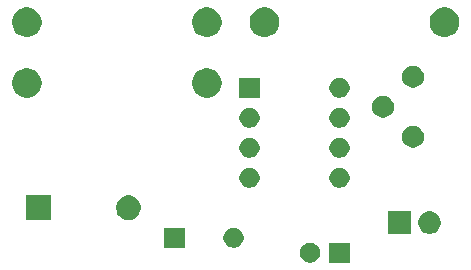
<source format=gts>
G04 #@! TF.GenerationSoftware,KiCad,Pcbnew,5.1.5+dfsg1-2build2*
G04 #@! TF.CreationDate,2021-07-21T17:56:19+05:30*
G04 #@! TF.ProjectId,tank_full_indicator,74616e6b-5f66-4756-9c6c-5f696e646963,rev?*
G04 #@! TF.SameCoordinates,Original*
G04 #@! TF.FileFunction,Soldermask,Top*
G04 #@! TF.FilePolarity,Negative*
%FSLAX46Y46*%
G04 Gerber Fmt 4.6, Leading zero omitted, Abs format (unit mm)*
G04 Created by KiCad (PCBNEW 5.1.5+dfsg1-2build2) date 2021-07-21 17:56:19*
%MOMM*%
%LPD*%
G04 APERTURE LIST*
%ADD10C,0.150000*%
G04 APERTURE END LIST*
D10*
G36*
X158331000Y-104991000D02*
G01*
X156629000Y-104991000D01*
X156629000Y-103289000D01*
X158331000Y-103289000D01*
X158331000Y-104991000D01*
G37*
G36*
X155228228Y-103321703D02*
G01*
X155383100Y-103385853D01*
X155522481Y-103478985D01*
X155641015Y-103597519D01*
X155734147Y-103736900D01*
X155798297Y-103891772D01*
X155831000Y-104056184D01*
X155831000Y-104223816D01*
X155798297Y-104388228D01*
X155734147Y-104543100D01*
X155641015Y-104682481D01*
X155522481Y-104801015D01*
X155383100Y-104894147D01*
X155228228Y-104958297D01*
X155063816Y-104991000D01*
X154896184Y-104991000D01*
X154731772Y-104958297D01*
X154576900Y-104894147D01*
X154437519Y-104801015D01*
X154318985Y-104682481D01*
X154225853Y-104543100D01*
X154161703Y-104388228D01*
X154129000Y-104223816D01*
X154129000Y-104056184D01*
X154161703Y-103891772D01*
X154225853Y-103736900D01*
X154318985Y-103597519D01*
X154437519Y-103478985D01*
X154576900Y-103385853D01*
X154731772Y-103321703D01*
X154896184Y-103289000D01*
X155063816Y-103289000D01*
X155228228Y-103321703D01*
G37*
G36*
X148758228Y-102051703D02*
G01*
X148913100Y-102115853D01*
X149052481Y-102208985D01*
X149171015Y-102327519D01*
X149264147Y-102466900D01*
X149328297Y-102621772D01*
X149361000Y-102786184D01*
X149361000Y-102953816D01*
X149328297Y-103118228D01*
X149264147Y-103273100D01*
X149171015Y-103412481D01*
X149052481Y-103531015D01*
X148913100Y-103624147D01*
X148758228Y-103688297D01*
X148593816Y-103721000D01*
X148426184Y-103721000D01*
X148261772Y-103688297D01*
X148106900Y-103624147D01*
X147967519Y-103531015D01*
X147848985Y-103412481D01*
X147755853Y-103273100D01*
X147691703Y-103118228D01*
X147659000Y-102953816D01*
X147659000Y-102786184D01*
X147691703Y-102621772D01*
X147755853Y-102466900D01*
X147848985Y-102327519D01*
X147967519Y-102208985D01*
X148106900Y-102115853D01*
X148261772Y-102051703D01*
X148426184Y-102019000D01*
X148593816Y-102019000D01*
X148758228Y-102051703D01*
G37*
G36*
X144361000Y-103721000D02*
G01*
X142659000Y-103721000D01*
X142659000Y-102019000D01*
X144361000Y-102019000D01*
X144361000Y-103721000D01*
G37*
G36*
X163511000Y-102551000D02*
G01*
X161609000Y-102551000D01*
X161609000Y-100649000D01*
X163511000Y-100649000D01*
X163511000Y-102551000D01*
G37*
G36*
X165377395Y-100685546D02*
G01*
X165550466Y-100757234D01*
X165550467Y-100757235D01*
X165706227Y-100861310D01*
X165838690Y-100993773D01*
X165891081Y-101072182D01*
X165942766Y-101149534D01*
X166014454Y-101322605D01*
X166051000Y-101506333D01*
X166051000Y-101693667D01*
X166014454Y-101877395D01*
X165942766Y-102050466D01*
X165942765Y-102050467D01*
X165838690Y-102206227D01*
X165706227Y-102338690D01*
X165627818Y-102391081D01*
X165550466Y-102442766D01*
X165377395Y-102514454D01*
X165193667Y-102551000D01*
X165006333Y-102551000D01*
X164822605Y-102514454D01*
X164649534Y-102442766D01*
X164572182Y-102391081D01*
X164493773Y-102338690D01*
X164361310Y-102206227D01*
X164257235Y-102050467D01*
X164257234Y-102050466D01*
X164185546Y-101877395D01*
X164149000Y-101693667D01*
X164149000Y-101506333D01*
X164185546Y-101322605D01*
X164257234Y-101149534D01*
X164308919Y-101072182D01*
X164361310Y-100993773D01*
X164493773Y-100861310D01*
X164649533Y-100757235D01*
X164649534Y-100757234D01*
X164822605Y-100685546D01*
X165006333Y-100649000D01*
X165193667Y-100649000D01*
X165377395Y-100685546D01*
G37*
G36*
X139921565Y-99319389D02*
G01*
X140112834Y-99398615D01*
X140112836Y-99398616D01*
X140284974Y-99513635D01*
X140431366Y-99660027D01*
X140546386Y-99832167D01*
X140625612Y-100023436D01*
X140666001Y-100226484D01*
X140666001Y-100433516D01*
X140625612Y-100636564D01*
X140546386Y-100827833D01*
X140546385Y-100827835D01*
X140431366Y-100999973D01*
X140284974Y-101146365D01*
X140112836Y-101261384D01*
X140112835Y-101261385D01*
X140112834Y-101261385D01*
X139921565Y-101340611D01*
X139718517Y-101381000D01*
X139511485Y-101381000D01*
X139308437Y-101340611D01*
X139117168Y-101261385D01*
X139117167Y-101261385D01*
X139117166Y-101261384D01*
X138945028Y-101146365D01*
X138798636Y-100999973D01*
X138683617Y-100827835D01*
X138683616Y-100827833D01*
X138604390Y-100636564D01*
X138564001Y-100433516D01*
X138564001Y-100226484D01*
X138604390Y-100023436D01*
X138683616Y-99832167D01*
X138798636Y-99660027D01*
X138945028Y-99513635D01*
X139117166Y-99398616D01*
X139117168Y-99398615D01*
X139308437Y-99319389D01*
X139511485Y-99279000D01*
X139718517Y-99279000D01*
X139921565Y-99319389D01*
G37*
G36*
X133066001Y-101381000D02*
G01*
X130964001Y-101381000D01*
X130964001Y-99279000D01*
X133066001Y-99279000D01*
X133066001Y-101381000D01*
G37*
G36*
X150108228Y-96971703D02*
G01*
X150263100Y-97035853D01*
X150402481Y-97128985D01*
X150521015Y-97247519D01*
X150614147Y-97386900D01*
X150678297Y-97541772D01*
X150711000Y-97706184D01*
X150711000Y-97873816D01*
X150678297Y-98038228D01*
X150614147Y-98193100D01*
X150521015Y-98332481D01*
X150402481Y-98451015D01*
X150263100Y-98544147D01*
X150108228Y-98608297D01*
X149943816Y-98641000D01*
X149776184Y-98641000D01*
X149611772Y-98608297D01*
X149456900Y-98544147D01*
X149317519Y-98451015D01*
X149198985Y-98332481D01*
X149105853Y-98193100D01*
X149041703Y-98038228D01*
X149009000Y-97873816D01*
X149009000Y-97706184D01*
X149041703Y-97541772D01*
X149105853Y-97386900D01*
X149198985Y-97247519D01*
X149317519Y-97128985D01*
X149456900Y-97035853D01*
X149611772Y-96971703D01*
X149776184Y-96939000D01*
X149943816Y-96939000D01*
X150108228Y-96971703D01*
G37*
G36*
X157728228Y-96971703D02*
G01*
X157883100Y-97035853D01*
X158022481Y-97128985D01*
X158141015Y-97247519D01*
X158234147Y-97386900D01*
X158298297Y-97541772D01*
X158331000Y-97706184D01*
X158331000Y-97873816D01*
X158298297Y-98038228D01*
X158234147Y-98193100D01*
X158141015Y-98332481D01*
X158022481Y-98451015D01*
X157883100Y-98544147D01*
X157728228Y-98608297D01*
X157563816Y-98641000D01*
X157396184Y-98641000D01*
X157231772Y-98608297D01*
X157076900Y-98544147D01*
X156937519Y-98451015D01*
X156818985Y-98332481D01*
X156725853Y-98193100D01*
X156661703Y-98038228D01*
X156629000Y-97873816D01*
X156629000Y-97706184D01*
X156661703Y-97541772D01*
X156725853Y-97386900D01*
X156818985Y-97247519D01*
X156937519Y-97128985D01*
X157076900Y-97035853D01*
X157231772Y-96971703D01*
X157396184Y-96939000D01*
X157563816Y-96939000D01*
X157728228Y-96971703D01*
G37*
G36*
X150108228Y-94431703D02*
G01*
X150263100Y-94495853D01*
X150402481Y-94588985D01*
X150521015Y-94707519D01*
X150614147Y-94846900D01*
X150678297Y-95001772D01*
X150711000Y-95166184D01*
X150711000Y-95333816D01*
X150678297Y-95498228D01*
X150614147Y-95653100D01*
X150521015Y-95792481D01*
X150402481Y-95911015D01*
X150263100Y-96004147D01*
X150108228Y-96068297D01*
X149943816Y-96101000D01*
X149776184Y-96101000D01*
X149611772Y-96068297D01*
X149456900Y-96004147D01*
X149317519Y-95911015D01*
X149198985Y-95792481D01*
X149105853Y-95653100D01*
X149041703Y-95498228D01*
X149009000Y-95333816D01*
X149009000Y-95166184D01*
X149041703Y-95001772D01*
X149105853Y-94846900D01*
X149198985Y-94707519D01*
X149317519Y-94588985D01*
X149456900Y-94495853D01*
X149611772Y-94431703D01*
X149776184Y-94399000D01*
X149943816Y-94399000D01*
X150108228Y-94431703D01*
G37*
G36*
X157728228Y-94431703D02*
G01*
X157883100Y-94495853D01*
X158022481Y-94588985D01*
X158141015Y-94707519D01*
X158234147Y-94846900D01*
X158298297Y-95001772D01*
X158331000Y-95166184D01*
X158331000Y-95333816D01*
X158298297Y-95498228D01*
X158234147Y-95653100D01*
X158141015Y-95792481D01*
X158022481Y-95911015D01*
X157883100Y-96004147D01*
X157728228Y-96068297D01*
X157563816Y-96101000D01*
X157396184Y-96101000D01*
X157231772Y-96068297D01*
X157076900Y-96004147D01*
X156937519Y-95911015D01*
X156818985Y-95792481D01*
X156725853Y-95653100D01*
X156661703Y-95498228D01*
X156629000Y-95333816D01*
X156629000Y-95166184D01*
X156661703Y-95001772D01*
X156725853Y-94846900D01*
X156818985Y-94707519D01*
X156937519Y-94588985D01*
X157076900Y-94495853D01*
X157231772Y-94431703D01*
X157396184Y-94399000D01*
X157563816Y-94399000D01*
X157728228Y-94431703D01*
G37*
G36*
X163975105Y-93434586D02*
G01*
X164143627Y-93504390D01*
X164295292Y-93605729D01*
X164424273Y-93734710D01*
X164525612Y-93886375D01*
X164595416Y-94054897D01*
X164631001Y-94233798D01*
X164631001Y-94416204D01*
X164595416Y-94595105D01*
X164525612Y-94763627D01*
X164424273Y-94915292D01*
X164295292Y-95044273D01*
X164143627Y-95145612D01*
X163975105Y-95215416D01*
X163796204Y-95251001D01*
X163613798Y-95251001D01*
X163434897Y-95215416D01*
X163266375Y-95145612D01*
X163114710Y-95044273D01*
X162985729Y-94915292D01*
X162884390Y-94763627D01*
X162814586Y-94595105D01*
X162779001Y-94416204D01*
X162779001Y-94233798D01*
X162814586Y-94054897D01*
X162884390Y-93886375D01*
X162985729Y-93734710D01*
X163114710Y-93605729D01*
X163266375Y-93504390D01*
X163434897Y-93434586D01*
X163613798Y-93399001D01*
X163796204Y-93399001D01*
X163975105Y-93434586D01*
G37*
G36*
X157728228Y-91891703D02*
G01*
X157883100Y-91955853D01*
X158022481Y-92048985D01*
X158141015Y-92167519D01*
X158234147Y-92306900D01*
X158298297Y-92461772D01*
X158331000Y-92626184D01*
X158331000Y-92793816D01*
X158298297Y-92958228D01*
X158234147Y-93113100D01*
X158141015Y-93252481D01*
X158022481Y-93371015D01*
X157883100Y-93464147D01*
X157728228Y-93528297D01*
X157563816Y-93561000D01*
X157396184Y-93561000D01*
X157231772Y-93528297D01*
X157076900Y-93464147D01*
X156937519Y-93371015D01*
X156818985Y-93252481D01*
X156725853Y-93113100D01*
X156661703Y-92958228D01*
X156629000Y-92793816D01*
X156629000Y-92626184D01*
X156661703Y-92461772D01*
X156725853Y-92306900D01*
X156818985Y-92167519D01*
X156937519Y-92048985D01*
X157076900Y-91955853D01*
X157231772Y-91891703D01*
X157396184Y-91859000D01*
X157563816Y-91859000D01*
X157728228Y-91891703D01*
G37*
G36*
X150108228Y-91891703D02*
G01*
X150263100Y-91955853D01*
X150402481Y-92048985D01*
X150521015Y-92167519D01*
X150614147Y-92306900D01*
X150678297Y-92461772D01*
X150711000Y-92626184D01*
X150711000Y-92793816D01*
X150678297Y-92958228D01*
X150614147Y-93113100D01*
X150521015Y-93252481D01*
X150402481Y-93371015D01*
X150263100Y-93464147D01*
X150108228Y-93528297D01*
X149943816Y-93561000D01*
X149776184Y-93561000D01*
X149611772Y-93528297D01*
X149456900Y-93464147D01*
X149317519Y-93371015D01*
X149198985Y-93252481D01*
X149105853Y-93113100D01*
X149041703Y-92958228D01*
X149009000Y-92793816D01*
X149009000Y-92626184D01*
X149041703Y-92461772D01*
X149105853Y-92306900D01*
X149198985Y-92167519D01*
X149317519Y-92048985D01*
X149456900Y-91955853D01*
X149611772Y-91891703D01*
X149776184Y-91859000D01*
X149943816Y-91859000D01*
X150108228Y-91891703D01*
G37*
G36*
X161435105Y-90894586D02*
G01*
X161603627Y-90964390D01*
X161755292Y-91065729D01*
X161884273Y-91194710D01*
X161985612Y-91346375D01*
X162055416Y-91514897D01*
X162091001Y-91693798D01*
X162091001Y-91876204D01*
X162055416Y-92055105D01*
X161985612Y-92223627D01*
X161884273Y-92375292D01*
X161755292Y-92504273D01*
X161603627Y-92605612D01*
X161435105Y-92675416D01*
X161256204Y-92711001D01*
X161073798Y-92711001D01*
X160894897Y-92675416D01*
X160726375Y-92605612D01*
X160574710Y-92504273D01*
X160445729Y-92375292D01*
X160344390Y-92223627D01*
X160274586Y-92055105D01*
X160239001Y-91876204D01*
X160239001Y-91693798D01*
X160274586Y-91514897D01*
X160344390Y-91346375D01*
X160445729Y-91194710D01*
X160574710Y-91065729D01*
X160726375Y-90964390D01*
X160894897Y-90894586D01*
X161073798Y-90859001D01*
X161256204Y-90859001D01*
X161435105Y-90894586D01*
G37*
G36*
X131379904Y-88572076D02*
G01*
X131579401Y-88654710D01*
X131607572Y-88666379D01*
X131812467Y-88803286D01*
X131986716Y-88977535D01*
X132123623Y-89182430D01*
X132217926Y-89410098D01*
X132266001Y-89651788D01*
X132266001Y-89898214D01*
X132217926Y-90139904D01*
X132123623Y-90367572D01*
X131986716Y-90572467D01*
X131812467Y-90746716D01*
X131607572Y-90883623D01*
X131607571Y-90883624D01*
X131607570Y-90883624D01*
X131379904Y-90977926D01*
X131138215Y-91026001D01*
X130891787Y-91026001D01*
X130650098Y-90977926D01*
X130422432Y-90883624D01*
X130422431Y-90883624D01*
X130422430Y-90883623D01*
X130217535Y-90746716D01*
X130043286Y-90572467D01*
X129906379Y-90367572D01*
X129812076Y-90139904D01*
X129764001Y-89898214D01*
X129764001Y-89651788D01*
X129812076Y-89410098D01*
X129906379Y-89182430D01*
X130043286Y-88977535D01*
X130217535Y-88803286D01*
X130422430Y-88666379D01*
X130450602Y-88654710D01*
X130650098Y-88572076D01*
X130891787Y-88524001D01*
X131138215Y-88524001D01*
X131379904Y-88572076D01*
G37*
G36*
X146619904Y-88572076D02*
G01*
X146819401Y-88654710D01*
X146847572Y-88666379D01*
X147052467Y-88803286D01*
X147226716Y-88977535D01*
X147363623Y-89182430D01*
X147457926Y-89410098D01*
X147506001Y-89651788D01*
X147506001Y-89898214D01*
X147457926Y-90139904D01*
X147363623Y-90367572D01*
X147226716Y-90572467D01*
X147052467Y-90746716D01*
X146847572Y-90883623D01*
X146847571Y-90883624D01*
X146847570Y-90883624D01*
X146619904Y-90977926D01*
X146378215Y-91026001D01*
X146131787Y-91026001D01*
X145890098Y-90977926D01*
X145662432Y-90883624D01*
X145662431Y-90883624D01*
X145662430Y-90883623D01*
X145457535Y-90746716D01*
X145283286Y-90572467D01*
X145146379Y-90367572D01*
X145052076Y-90139904D01*
X145004001Y-89898214D01*
X145004001Y-89651788D01*
X145052076Y-89410098D01*
X145146379Y-89182430D01*
X145283286Y-88977535D01*
X145457535Y-88803286D01*
X145662430Y-88666379D01*
X145690602Y-88654710D01*
X145890098Y-88572076D01*
X146131787Y-88524001D01*
X146378215Y-88524001D01*
X146619904Y-88572076D01*
G37*
G36*
X157728228Y-89351703D02*
G01*
X157883100Y-89415853D01*
X158022481Y-89508985D01*
X158141015Y-89627519D01*
X158234147Y-89766900D01*
X158298297Y-89921772D01*
X158331000Y-90086184D01*
X158331000Y-90253816D01*
X158298297Y-90418228D01*
X158234147Y-90573100D01*
X158141015Y-90712481D01*
X158022481Y-90831015D01*
X157883100Y-90924147D01*
X157728228Y-90988297D01*
X157563816Y-91021000D01*
X157396184Y-91021000D01*
X157231772Y-90988297D01*
X157076900Y-90924147D01*
X156937519Y-90831015D01*
X156818985Y-90712481D01*
X156725853Y-90573100D01*
X156661703Y-90418228D01*
X156629000Y-90253816D01*
X156629000Y-90086184D01*
X156661703Y-89921772D01*
X156725853Y-89766900D01*
X156818985Y-89627519D01*
X156937519Y-89508985D01*
X157076900Y-89415853D01*
X157231772Y-89351703D01*
X157396184Y-89319000D01*
X157563816Y-89319000D01*
X157728228Y-89351703D01*
G37*
G36*
X150711000Y-91021000D02*
G01*
X149009000Y-91021000D01*
X149009000Y-89319000D01*
X150711000Y-89319000D01*
X150711000Y-91021000D01*
G37*
G36*
X163975105Y-88354586D02*
G01*
X164143627Y-88424390D01*
X164295292Y-88525729D01*
X164424273Y-88654710D01*
X164525612Y-88806375D01*
X164595416Y-88974897D01*
X164631001Y-89153798D01*
X164631001Y-89336204D01*
X164595416Y-89515105D01*
X164525612Y-89683627D01*
X164424273Y-89835292D01*
X164295292Y-89964273D01*
X164143627Y-90065612D01*
X163975105Y-90135416D01*
X163796204Y-90171001D01*
X163613798Y-90171001D01*
X163434897Y-90135416D01*
X163266375Y-90065612D01*
X163114710Y-89964273D01*
X162985729Y-89835292D01*
X162884390Y-89683627D01*
X162814586Y-89515105D01*
X162779001Y-89336204D01*
X162779001Y-89153798D01*
X162814586Y-88974897D01*
X162884390Y-88806375D01*
X162985729Y-88654710D01*
X163114710Y-88525729D01*
X163266375Y-88424390D01*
X163434897Y-88354586D01*
X163613798Y-88319001D01*
X163796204Y-88319001D01*
X163975105Y-88354586D01*
G37*
G36*
X131379904Y-83422076D02*
G01*
X131607572Y-83516379D01*
X131812467Y-83653286D01*
X131986716Y-83827535D01*
X132123623Y-84032430D01*
X132217926Y-84260098D01*
X132266001Y-84501788D01*
X132266001Y-84748214D01*
X132217926Y-84989904D01*
X132123623Y-85217572D01*
X131986716Y-85422467D01*
X131812467Y-85596716D01*
X131607572Y-85733623D01*
X131607571Y-85733624D01*
X131607570Y-85733624D01*
X131379904Y-85827926D01*
X131138215Y-85876001D01*
X130891787Y-85876001D01*
X130650098Y-85827926D01*
X130422432Y-85733624D01*
X130422431Y-85733624D01*
X130422430Y-85733623D01*
X130217535Y-85596716D01*
X130043286Y-85422467D01*
X129906379Y-85217572D01*
X129812076Y-84989904D01*
X129764001Y-84748214D01*
X129764001Y-84501788D01*
X129812076Y-84260098D01*
X129906379Y-84032430D01*
X130043286Y-83827535D01*
X130217535Y-83653286D01*
X130422430Y-83516379D01*
X130650098Y-83422076D01*
X130891787Y-83374001D01*
X131138215Y-83374001D01*
X131379904Y-83422076D01*
G37*
G36*
X151494903Y-83422076D02*
G01*
X151722571Y-83516379D01*
X151927466Y-83653286D01*
X152101715Y-83827535D01*
X152238622Y-84032430D01*
X152332925Y-84260098D01*
X152381000Y-84501788D01*
X152381000Y-84748214D01*
X152332925Y-84989904D01*
X152238622Y-85217572D01*
X152101715Y-85422467D01*
X151927466Y-85596716D01*
X151722571Y-85733623D01*
X151722570Y-85733624D01*
X151722569Y-85733624D01*
X151494903Y-85827926D01*
X151253214Y-85876001D01*
X151006786Y-85876001D01*
X150765097Y-85827926D01*
X150537431Y-85733624D01*
X150537430Y-85733624D01*
X150537429Y-85733623D01*
X150332534Y-85596716D01*
X150158285Y-85422467D01*
X150021378Y-85217572D01*
X149927075Y-84989904D01*
X149879000Y-84748214D01*
X149879000Y-84501788D01*
X149927075Y-84260098D01*
X150021378Y-84032430D01*
X150158285Y-83827535D01*
X150332534Y-83653286D01*
X150537429Y-83516379D01*
X150765097Y-83422076D01*
X151006786Y-83374001D01*
X151253214Y-83374001D01*
X151494903Y-83422076D01*
G37*
G36*
X166734903Y-83422076D02*
G01*
X166962571Y-83516379D01*
X167167466Y-83653286D01*
X167341715Y-83827535D01*
X167478622Y-84032430D01*
X167572925Y-84260098D01*
X167621000Y-84501788D01*
X167621000Y-84748214D01*
X167572925Y-84989904D01*
X167478622Y-85217572D01*
X167341715Y-85422467D01*
X167167466Y-85596716D01*
X166962571Y-85733623D01*
X166962570Y-85733624D01*
X166962569Y-85733624D01*
X166734903Y-85827926D01*
X166493214Y-85876001D01*
X166246786Y-85876001D01*
X166005097Y-85827926D01*
X165777431Y-85733624D01*
X165777430Y-85733624D01*
X165777429Y-85733623D01*
X165572534Y-85596716D01*
X165398285Y-85422467D01*
X165261378Y-85217572D01*
X165167075Y-84989904D01*
X165119000Y-84748214D01*
X165119000Y-84501788D01*
X165167075Y-84260098D01*
X165261378Y-84032430D01*
X165398285Y-83827535D01*
X165572534Y-83653286D01*
X165777429Y-83516379D01*
X166005097Y-83422076D01*
X166246786Y-83374001D01*
X166493214Y-83374001D01*
X166734903Y-83422076D01*
G37*
G36*
X146619904Y-83422076D02*
G01*
X146847572Y-83516379D01*
X147052467Y-83653286D01*
X147226716Y-83827535D01*
X147363623Y-84032430D01*
X147457926Y-84260098D01*
X147506001Y-84501788D01*
X147506001Y-84748214D01*
X147457926Y-84989904D01*
X147363623Y-85217572D01*
X147226716Y-85422467D01*
X147052467Y-85596716D01*
X146847572Y-85733623D01*
X146847571Y-85733624D01*
X146847570Y-85733624D01*
X146619904Y-85827926D01*
X146378215Y-85876001D01*
X146131787Y-85876001D01*
X145890098Y-85827926D01*
X145662432Y-85733624D01*
X145662431Y-85733624D01*
X145662430Y-85733623D01*
X145457535Y-85596716D01*
X145283286Y-85422467D01*
X145146379Y-85217572D01*
X145052076Y-84989904D01*
X145004001Y-84748214D01*
X145004001Y-84501788D01*
X145052076Y-84260098D01*
X145146379Y-84032430D01*
X145283286Y-83827535D01*
X145457535Y-83653286D01*
X145662430Y-83516379D01*
X145890098Y-83422076D01*
X146131787Y-83374001D01*
X146378215Y-83374001D01*
X146619904Y-83422076D01*
G37*
M02*

</source>
